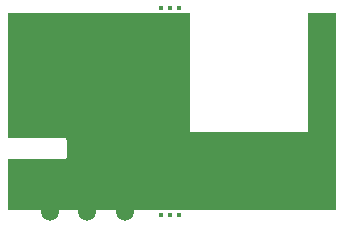
<source format=gbl>
G04*
G04 #@! TF.GenerationSoftware,Altium Limited,Altium Designer,19.1.7 (138)*
G04*
G04 Layer_Physical_Order=2*
G04 Layer_Color=16711680*
%FSAX25Y25*%
%MOIN*%
G70*
G01*
G75*
%ADD35C,0.01575*%
%ADD36C,0.05906*%
%ADD37C,0.01968*%
G36*
X0446556Y0338006D02*
X0446614Y0337995D01*
X0446673Y0338006D01*
X0449469D01*
X0449528Y0337995D01*
X0449586Y0338006D01*
X0452422D01*
X0452480Y0337995D01*
X0452539Y0338006D01*
X0455984D01*
X0455984Y0298130D01*
X0495354D01*
X0495354Y0338006D01*
X0504719D01*
X0504719Y0272112D01*
X0452539Y0272112D01*
X0452480Y0272124D01*
X0452422Y0272112D01*
X0449586D01*
X0449528Y0272124D01*
X0449469Y0272112D01*
X0446634D01*
X0446575Y0272124D01*
X0446516Y0272112D01*
X0395517Y0272112D01*
X0395517Y0289266D01*
X0414291D01*
X0414640Y0289335D01*
X0414936Y0289533D01*
X0415133Y0289828D01*
X0415203Y0290177D01*
Y0295295D01*
X0415133Y0295644D01*
X0414936Y0295940D01*
X0414640Y0296137D01*
X0414291Y0296206D01*
X0395517D01*
Y0323268D01*
X0395517Y0323268D01*
X0395517Y0338006D01*
X0446556Y0338006D01*
D02*
G37*
D35*
X0446614Y0339508D02*
D03*
X0449528Y0339508D02*
D03*
X0452480D02*
D03*
X0452480Y0270610D02*
D03*
X0449528D02*
D03*
X0446575D02*
D03*
D36*
X0409331Y0271673D02*
D03*
X0421890Y0271634D02*
D03*
X0434449Y0271595D02*
D03*
D37*
X0499016Y0324803D02*
D03*
Y0312992D02*
D03*
Y0301181D02*
D03*
X0496063Y0295275D02*
D03*
X0499016Y0289370D02*
D03*
X0496063Y0283465D02*
D03*
X0490157Y0295275D02*
D03*
X0493110Y0289370D02*
D03*
X0490157Y0283465D02*
D03*
X0484252Y0295275D02*
D03*
X0487205Y0289370D02*
D03*
X0484252Y0283465D02*
D03*
X0478346Y0295275D02*
D03*
X0481299Y0289370D02*
D03*
X0478346Y0283465D02*
D03*
X0472441Y0295275D02*
D03*
X0475393Y0289370D02*
D03*
X0472441Y0283465D02*
D03*
X0466535Y0295275D02*
D03*
X0469488Y0289370D02*
D03*
X0466535Y0283465D02*
D03*
X0460630Y0295275D02*
D03*
X0463583Y0289370D02*
D03*
X0460630Y0283465D02*
D03*
X0454724Y0295275D02*
D03*
X0457677Y0289370D02*
D03*
X0454724Y0283465D02*
D03*
X0448819Y0318898D02*
D03*
X0451771Y0312992D02*
D03*
X0448819Y0307086D02*
D03*
X0451771Y0301181D02*
D03*
X0448819Y0295275D02*
D03*
X0451771Y0289370D02*
D03*
X0448819Y0283465D02*
D03*
X0445866Y0312992D02*
D03*
Y0301181D02*
D03*
Y0289370D02*
D03*
X0442913Y0283465D02*
D03*
X0437008Y0330709D02*
D03*
Y0283465D02*
D03*
X0431102Y0330709D02*
D03*
X0434055Y0324803D02*
D03*
X0431102Y0318898D02*
D03*
Y0307086D02*
D03*
Y0283465D02*
D03*
X0425197Y0330709D02*
D03*
X0428150Y0324803D02*
D03*
X0425197Y0318898D02*
D03*
X0428150Y0312992D02*
D03*
X0425197Y0307086D02*
D03*
X0419291Y0330709D02*
D03*
X0422244Y0324803D02*
D03*
X0419291Y0318898D02*
D03*
X0422244Y0312992D02*
D03*
X0419291Y0307086D02*
D03*
X0413386Y0330709D02*
D03*
X0416338Y0324803D02*
D03*
X0413386Y0318898D02*
D03*
X0416338Y0312992D02*
D03*
X0413386Y0307086D02*
D03*
X0416338Y0301181D02*
D03*
Y0289370D02*
D03*
X0413386Y0283465D02*
D03*
X0407480Y0330709D02*
D03*
X0410433Y0324803D02*
D03*
X0407480Y0318898D02*
D03*
X0410433Y0312992D02*
D03*
X0407480Y0307086D02*
D03*
X0410433Y0301181D02*
D03*
X0407480Y0283465D02*
D03*
X0401575Y0330709D02*
D03*
X0404527Y0324803D02*
D03*
X0401575Y0318898D02*
D03*
X0404527Y0312992D02*
D03*
X0401575Y0307086D02*
D03*
X0404527Y0301181D02*
D03*
X0401575Y0283465D02*
D03*
X0441344Y0329227D02*
D03*
X0438912Y0327525D02*
D03*
X0437171Y0325121D02*
D03*
X0436284Y0322288D02*
D03*
X0436175Y0319322D02*
D03*
Y0316353D02*
D03*
Y0313385D02*
D03*
Y0310416D02*
D03*
Y0307448D02*
D03*
Y0304479D02*
D03*
Y0301511D02*
D03*
Y0298542D02*
D03*
X0434202Y0296325D02*
D03*
X0431233D02*
D03*
X0429773Y0289168D02*
D03*
X0432741Y0289148D02*
D03*
X0435709Y0289200D02*
D03*
X0438582Y0289947D02*
D03*
X0441001Y0291667D02*
D03*
X0442655Y0294132D02*
D03*
X0443323Y0297025D02*
D03*
X0443352Y0299993D02*
D03*
Y0302961D02*
D03*
Y0305930D02*
D03*
Y0308898D02*
D03*
Y0311867D02*
D03*
Y0314836D02*
D03*
Y0317804D02*
D03*
X0451289Y0322998D02*
D03*
X0451233Y0330114D02*
D03*
X0448264Y0330144D02*
D03*
X0445296D02*
D03*
X0502047Y0335492D02*
D03*
M02*

</source>
